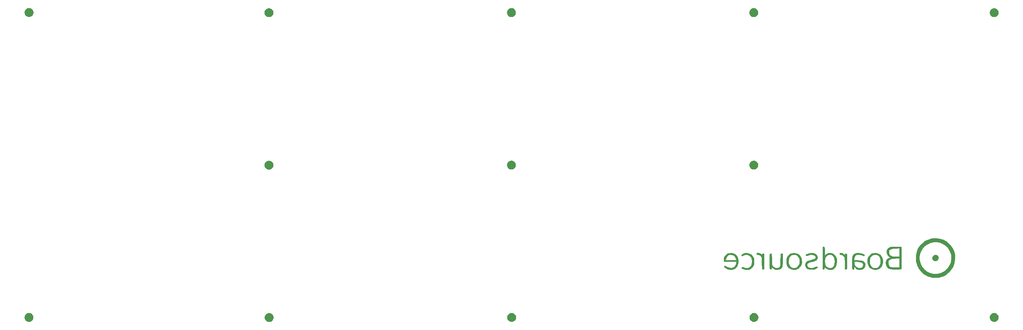
<source format=gbr>
G04 #@! TF.GenerationSoftware,KiCad,Pcbnew,(5.1.4-0-10_14)*
G04 #@! TF.CreationDate,2020-04-12T12:15:55-07:00*
G04 #@! TF.ProjectId,bottom_plate,626f7474-6f6d-45f7-906c-6174652e6b69,rev?*
G04 #@! TF.SameCoordinates,Original*
G04 #@! TF.FileFunction,Soldermask,Bot*
G04 #@! TF.FilePolarity,Negative*
%FSLAX46Y46*%
G04 Gerber Fmt 4.6, Leading zero omitted, Abs format (unit mm)*
G04 Created by KiCad (PCBNEW (5.1.4-0-10_14)) date 2020-04-12 12:15:55*
%MOMM*%
%LPD*%
G04 APERTURE LIST*
%ADD10C,0.010000*%
%ADD11C,0.100000*%
G04 APERTURE END LIST*
D10*
G36*
X254675894Y-82031017D02*
G01*
X254410399Y-82164938D01*
X254216507Y-82396478D01*
X254213288Y-82402632D01*
X254120437Y-82706935D01*
X254144772Y-82994160D01*
X254265745Y-83244090D01*
X254462807Y-83436509D01*
X254715412Y-83551201D01*
X255003013Y-83567949D01*
X255298344Y-83470215D01*
X255522486Y-83278925D01*
X255650300Y-83023844D01*
X255682144Y-82739712D01*
X255618374Y-82461270D01*
X255459348Y-82223256D01*
X255284216Y-82095462D01*
X254978623Y-82004572D01*
X254675894Y-82031017D01*
X254675894Y-82031017D01*
G37*
X254675894Y-82031017D02*
X254410399Y-82164938D01*
X254216507Y-82396478D01*
X254213288Y-82402632D01*
X254120437Y-82706935D01*
X254144772Y-82994160D01*
X254265745Y-83244090D01*
X254462807Y-83436509D01*
X254715412Y-83551201D01*
X255003013Y-83567949D01*
X255298344Y-83470215D01*
X255522486Y-83278925D01*
X255650300Y-83023844D01*
X255682144Y-82739712D01*
X255618374Y-82461270D01*
X255459348Y-82223256D01*
X255284216Y-82095462D01*
X254978623Y-82004572D01*
X254675894Y-82031017D01*
G36*
X208639666Y-81524328D02*
G01*
X208602173Y-81561798D01*
X208514076Y-81715965D01*
X208558868Y-81835287D01*
X208735525Y-81918433D01*
X208900600Y-81949902D01*
X209237643Y-82043463D01*
X209451068Y-82173526D01*
X209585092Y-82293710D01*
X209686703Y-82412741D01*
X209760364Y-82551320D01*
X209810537Y-82730148D01*
X209841682Y-82969925D01*
X209858262Y-83291354D01*
X209864739Y-83715135D01*
X209865652Y-84097034D01*
X209869317Y-84570294D01*
X209879728Y-84974603D01*
X209896010Y-85291749D01*
X209917289Y-85503523D01*
X209937102Y-85584429D01*
X210044470Y-85679615D01*
X210196139Y-85716883D01*
X210332492Y-85690093D01*
X210386602Y-85630726D01*
X210394675Y-85541272D01*
X210400747Y-85332319D01*
X210404679Y-85022398D01*
X210406332Y-84630042D01*
X210405568Y-84173782D01*
X210402248Y-83672150D01*
X210401691Y-83611841D01*
X210383315Y-81680164D01*
X210189390Y-81657926D01*
X210041561Y-81665842D01*
X209953659Y-81758185D01*
X209917959Y-81841027D01*
X209840453Y-82046364D01*
X209708914Y-81879140D01*
X209442835Y-81649042D01*
X209077542Y-81499465D01*
X208963816Y-81474165D01*
X208770391Y-81461248D01*
X208639666Y-81524328D01*
X208639666Y-81524328D01*
G37*
X208639666Y-81524328D02*
X208602173Y-81561798D01*
X208514076Y-81715965D01*
X208558868Y-81835287D01*
X208735525Y-81918433D01*
X208900600Y-81949902D01*
X209237643Y-82043463D01*
X209451068Y-82173526D01*
X209585092Y-82293710D01*
X209686703Y-82412741D01*
X209760364Y-82551320D01*
X209810537Y-82730148D01*
X209841682Y-82969925D01*
X209858262Y-83291354D01*
X209864739Y-83715135D01*
X209865652Y-84097034D01*
X209869317Y-84570294D01*
X209879728Y-84974603D01*
X209896010Y-85291749D01*
X209917289Y-85503523D01*
X209937102Y-85584429D01*
X210044470Y-85679615D01*
X210196139Y-85716883D01*
X210332492Y-85690093D01*
X210386602Y-85630726D01*
X210394675Y-85541272D01*
X210400747Y-85332319D01*
X210404679Y-85022398D01*
X210406332Y-84630042D01*
X210405568Y-84173782D01*
X210402248Y-83672150D01*
X210401691Y-83611841D01*
X210383315Y-81680164D01*
X210189390Y-81657926D01*
X210041561Y-81665842D01*
X209953659Y-81758185D01*
X209917959Y-81841027D01*
X209840453Y-82046364D01*
X209708914Y-81879140D01*
X209442835Y-81649042D01*
X209077542Y-81499465D01*
X208963816Y-81474165D01*
X208770391Y-81461248D01*
X208639666Y-81524328D01*
G36*
X230107846Y-81525706D02*
G01*
X230033484Y-81651253D01*
X230033924Y-81738245D01*
X230085630Y-81835781D01*
X230225691Y-81908582D01*
X230399619Y-81955783D01*
X230712782Y-82041654D01*
X230929508Y-82146052D01*
X231091213Y-82294708D01*
X231204456Y-82455785D01*
X231258075Y-82548845D01*
X231299005Y-82646279D01*
X231329539Y-82768497D01*
X231351972Y-82935906D01*
X231368597Y-83168913D01*
X231381708Y-83487927D01*
X231393599Y-83913356D01*
X231400434Y-84199457D01*
X231434945Y-85683424D01*
X231607985Y-85703646D01*
X231773964Y-85687544D01*
X231866816Y-85638075D01*
X231894298Y-85572838D01*
X231915824Y-85430678D01*
X231931899Y-85200037D01*
X231943029Y-84869358D01*
X231949718Y-84427083D01*
X231952473Y-83861653D01*
X231952608Y-83676441D01*
X231951886Y-83088466D01*
X231948039Y-82624362D01*
X231938552Y-82269961D01*
X231920908Y-82011092D01*
X231892590Y-81833584D01*
X231851082Y-81723267D01*
X231793866Y-81665973D01*
X231718425Y-81647529D01*
X231622244Y-81653767D01*
X231594043Y-81657610D01*
X231473727Y-81710270D01*
X231420040Y-81848306D01*
X231413637Y-81900196D01*
X231392328Y-82120229D01*
X231152492Y-81854759D01*
X230940355Y-81670388D01*
X230703871Y-81542593D01*
X230468991Y-81474080D01*
X230261665Y-81467549D01*
X230107846Y-81525706D01*
X230107846Y-81525706D01*
G37*
X230107846Y-81525706D02*
X230033484Y-81651253D01*
X230033924Y-81738245D01*
X230085630Y-81835781D01*
X230225691Y-81908582D01*
X230399619Y-81955783D01*
X230712782Y-82041654D01*
X230929508Y-82146052D01*
X231091213Y-82294708D01*
X231204456Y-82455785D01*
X231258075Y-82548845D01*
X231299005Y-82646279D01*
X231329539Y-82768497D01*
X231351972Y-82935906D01*
X231368597Y-83168913D01*
X231381708Y-83487927D01*
X231393599Y-83913356D01*
X231400434Y-84199457D01*
X231434945Y-85683424D01*
X231607985Y-85703646D01*
X231773964Y-85687544D01*
X231866816Y-85638075D01*
X231894298Y-85572838D01*
X231915824Y-85430678D01*
X231931899Y-85200037D01*
X231943029Y-84869358D01*
X231949718Y-84427083D01*
X231952473Y-83861653D01*
X231952608Y-83676441D01*
X231951886Y-83088466D01*
X231948039Y-82624362D01*
X231938552Y-82269961D01*
X231920908Y-82011092D01*
X231892590Y-81833584D01*
X231851082Y-81723267D01*
X231793866Y-81665973D01*
X231718425Y-81647529D01*
X231622244Y-81653767D01*
X231594043Y-81657610D01*
X231473727Y-81710270D01*
X231420040Y-81848306D01*
X231413637Y-81900196D01*
X231392328Y-82120229D01*
X231152492Y-81854759D01*
X230940355Y-81670388D01*
X230703871Y-81542593D01*
X230468991Y-81474080D01*
X230261665Y-81467549D01*
X230107846Y-81525706D01*
G36*
X244637559Y-79863247D02*
G01*
X244173815Y-79874315D01*
X243824287Y-79887934D01*
X243565146Y-79906654D01*
X243372566Y-79933029D01*
X243222720Y-79969611D01*
X243091778Y-80018952D01*
X243062828Y-80031916D01*
X242705335Y-80263300D01*
X242446029Y-80570192D01*
X242289445Y-80928163D01*
X242240118Y-81312786D01*
X242302583Y-81699632D01*
X242481374Y-82064273D01*
X242648432Y-82264302D01*
X242843462Y-82426842D01*
X243045004Y-82545622D01*
X243136279Y-82577918D01*
X243359549Y-82626956D01*
X243002892Y-82747697D01*
X242597107Y-82948749D01*
X242296010Y-83237537D01*
X242105629Y-83605746D01*
X242031994Y-84045057D01*
X242031298Y-84087916D01*
X242085668Y-84571974D01*
X242249095Y-84981387D01*
X242515060Y-85306638D01*
X242877049Y-85538209D01*
X243073833Y-85610599D01*
X243268659Y-85648647D01*
X243554895Y-85679211D01*
X243906609Y-85702076D01*
X244297873Y-85717026D01*
X244702757Y-85723844D01*
X245095332Y-85722316D01*
X245449668Y-85712225D01*
X245739836Y-85693356D01*
X245939906Y-85665492D01*
X246019239Y-85635109D01*
X246041472Y-85574807D01*
X246059780Y-85436429D01*
X246074425Y-85210918D01*
X246085671Y-84889216D01*
X246093779Y-84462267D01*
X246099013Y-83921014D01*
X246101636Y-83256398D01*
X246101967Y-82888044D01*
X245549891Y-82888044D01*
X245549891Y-85234783D01*
X244497309Y-85233267D01*
X244068107Y-85229946D01*
X243750577Y-85219706D01*
X243518417Y-85199996D01*
X243345325Y-85168269D01*
X243204999Y-85121975D01*
X243163405Y-85103980D01*
X242903575Y-84924014D01*
X242737163Y-84657247D01*
X242658873Y-84293294D01*
X242650978Y-84099321D01*
X242685433Y-83747458D01*
X242795184Y-83464045D01*
X242989806Y-83243778D01*
X243278877Y-83081352D01*
X243671973Y-82971462D01*
X244178672Y-82908805D01*
X244808549Y-82888076D01*
X244837839Y-82888044D01*
X245549891Y-82888044D01*
X246101967Y-82888044D01*
X246102065Y-82779158D01*
X246101796Y-82473914D01*
X245549891Y-82473914D01*
X244911440Y-82473514D01*
X244565493Y-82465452D01*
X244214090Y-82444398D01*
X243920424Y-82414445D01*
X243859229Y-82405363D01*
X243433292Y-82286623D01*
X243120133Y-82088432D01*
X242919872Y-81810911D01*
X242832627Y-81454181D01*
X242828462Y-81343753D01*
X242858738Y-81027549D01*
X242957525Y-80777454D01*
X243136768Y-80586429D01*
X243408411Y-80447436D01*
X243784396Y-80353437D01*
X244276667Y-80297395D01*
X244635353Y-80278972D01*
X245549891Y-80247210D01*
X245549891Y-82473914D01*
X246101796Y-82473914D01*
X246101442Y-82073524D01*
X246099285Y-81493659D01*
X246095157Y-81027294D01*
X246088624Y-80662159D01*
X246079251Y-80385983D01*
X246066601Y-80186498D01*
X246050242Y-80051434D01*
X246029736Y-79968520D01*
X246004650Y-79925488D01*
X246000739Y-79921940D01*
X245917219Y-79890030D01*
X245748100Y-79868868D01*
X245480082Y-79857880D01*
X245099866Y-79856494D01*
X244637559Y-79863247D01*
X244637559Y-79863247D01*
G37*
X244637559Y-79863247D02*
X244173815Y-79874315D01*
X243824287Y-79887934D01*
X243565146Y-79906654D01*
X243372566Y-79933029D01*
X243222720Y-79969611D01*
X243091778Y-80018952D01*
X243062828Y-80031916D01*
X242705335Y-80263300D01*
X242446029Y-80570192D01*
X242289445Y-80928163D01*
X242240118Y-81312786D01*
X242302583Y-81699632D01*
X242481374Y-82064273D01*
X242648432Y-82264302D01*
X242843462Y-82426842D01*
X243045004Y-82545622D01*
X243136279Y-82577918D01*
X243359549Y-82626956D01*
X243002892Y-82747697D01*
X242597107Y-82948749D01*
X242296010Y-83237537D01*
X242105629Y-83605746D01*
X242031994Y-84045057D01*
X242031298Y-84087916D01*
X242085668Y-84571974D01*
X242249095Y-84981387D01*
X242515060Y-85306638D01*
X242877049Y-85538209D01*
X243073833Y-85610599D01*
X243268659Y-85648647D01*
X243554895Y-85679211D01*
X243906609Y-85702076D01*
X244297873Y-85717026D01*
X244702757Y-85723844D01*
X245095332Y-85722316D01*
X245449668Y-85712225D01*
X245739836Y-85693356D01*
X245939906Y-85665492D01*
X246019239Y-85635109D01*
X246041472Y-85574807D01*
X246059780Y-85436429D01*
X246074425Y-85210918D01*
X246085671Y-84889216D01*
X246093779Y-84462267D01*
X246099013Y-83921014D01*
X246101636Y-83256398D01*
X246101967Y-82888044D01*
X245549891Y-82888044D01*
X245549891Y-85234783D01*
X244497309Y-85233267D01*
X244068107Y-85229946D01*
X243750577Y-85219706D01*
X243518417Y-85199996D01*
X243345325Y-85168269D01*
X243204999Y-85121975D01*
X243163405Y-85103980D01*
X242903575Y-84924014D01*
X242737163Y-84657247D01*
X242658873Y-84293294D01*
X242650978Y-84099321D01*
X242685433Y-83747458D01*
X242795184Y-83464045D01*
X242989806Y-83243778D01*
X243278877Y-83081352D01*
X243671973Y-82971462D01*
X244178672Y-82908805D01*
X244808549Y-82888076D01*
X244837839Y-82888044D01*
X245549891Y-82888044D01*
X246101967Y-82888044D01*
X246102065Y-82779158D01*
X246101796Y-82473914D01*
X245549891Y-82473914D01*
X244911440Y-82473514D01*
X244565493Y-82465452D01*
X244214090Y-82444398D01*
X243920424Y-82414445D01*
X243859229Y-82405363D01*
X243433292Y-82286623D01*
X243120133Y-82088432D01*
X242919872Y-81810911D01*
X242832627Y-81454181D01*
X242828462Y-81343753D01*
X242858738Y-81027549D01*
X242957525Y-80777454D01*
X243136768Y-80586429D01*
X243408411Y-80447436D01*
X243784396Y-80353437D01*
X244276667Y-80297395D01*
X244635353Y-80278972D01*
X245549891Y-80247210D01*
X245549891Y-82473914D01*
X246101796Y-82473914D01*
X246101442Y-82073524D01*
X246099285Y-81493659D01*
X246095157Y-81027294D01*
X246088624Y-80662159D01*
X246079251Y-80385983D01*
X246066601Y-80186498D01*
X246050242Y-80051434D01*
X246029736Y-79968520D01*
X246004650Y-79925488D01*
X246000739Y-79921940D01*
X245917219Y-79890030D01*
X245748100Y-79868868D01*
X245480082Y-79857880D01*
X245099866Y-79856494D01*
X244637559Y-79863247D01*
G36*
X222223044Y-81562617D02*
G01*
X221887770Y-81634229D01*
X221598844Y-81731880D01*
X221382970Y-81847588D01*
X221266851Y-81973372D01*
X221254239Y-82029030D01*
X221293067Y-82132421D01*
X221417788Y-82172635D01*
X221640756Y-82150192D01*
X221974324Y-82065609D01*
X221993082Y-82060069D01*
X222444139Y-81963045D01*
X222854756Y-81944544D01*
X223209479Y-81998287D01*
X223492855Y-82117994D01*
X223689432Y-82297387D01*
X223783756Y-82530187D01*
X223768164Y-82781327D01*
X223726654Y-82885423D01*
X223647037Y-82973034D01*
X223509841Y-83053160D01*
X223295592Y-83134799D01*
X222984817Y-83226950D01*
X222567323Y-83336262D01*
X222153669Y-83446830D01*
X221850499Y-83544131D01*
X221632470Y-83639557D01*
X221474244Y-83744503D01*
X221350479Y-83870361D01*
X221334127Y-83890721D01*
X221181740Y-84187859D01*
X221127011Y-84537184D01*
X221168635Y-84894647D01*
X221305304Y-85216199D01*
X221376351Y-85313298D01*
X221619514Y-85538360D01*
X221916455Y-85685103D01*
X222292984Y-85762617D01*
X222703695Y-85780824D01*
X223016677Y-85768672D01*
X223314010Y-85739306D01*
X223540150Y-85698569D01*
X223572284Y-85689467D01*
X223924492Y-85553122D01*
X224164434Y-85402566D01*
X224281303Y-85245375D01*
X224291195Y-85185391D01*
X224242285Y-85059523D01*
X224096004Y-85030856D01*
X223853027Y-85099412D01*
X223706635Y-85164733D01*
X223281578Y-85325600D01*
X222866545Y-85401187D01*
X222480389Y-85396425D01*
X222141964Y-85316244D01*
X221870123Y-85165577D01*
X221683718Y-84949353D01*
X221601603Y-84672504D01*
X221599348Y-84613587D01*
X221612038Y-84422571D01*
X221661669Y-84271243D01*
X221765574Y-84148125D01*
X221941090Y-84041736D01*
X222205553Y-83940595D01*
X222576299Y-83833222D01*
X222904793Y-83749090D01*
X223385426Y-83618085D01*
X223744774Y-83488835D01*
X223998842Y-83348699D01*
X224163636Y-83185038D01*
X224255162Y-82985212D01*
X224289426Y-82736581D01*
X224290937Y-82654415D01*
X224237543Y-82278580D01*
X224075956Y-81980535D01*
X223803159Y-81757796D01*
X223416135Y-81607875D01*
X222925824Y-81529430D01*
X222577963Y-81525023D01*
X222223044Y-81562617D01*
X222223044Y-81562617D01*
G37*
X222223044Y-81562617D02*
X221887770Y-81634229D01*
X221598844Y-81731880D01*
X221382970Y-81847588D01*
X221266851Y-81973372D01*
X221254239Y-82029030D01*
X221293067Y-82132421D01*
X221417788Y-82172635D01*
X221640756Y-82150192D01*
X221974324Y-82065609D01*
X221993082Y-82060069D01*
X222444139Y-81963045D01*
X222854756Y-81944544D01*
X223209479Y-81998287D01*
X223492855Y-82117994D01*
X223689432Y-82297387D01*
X223783756Y-82530187D01*
X223768164Y-82781327D01*
X223726654Y-82885423D01*
X223647037Y-82973034D01*
X223509841Y-83053160D01*
X223295592Y-83134799D01*
X222984817Y-83226950D01*
X222567323Y-83336262D01*
X222153669Y-83446830D01*
X221850499Y-83544131D01*
X221632470Y-83639557D01*
X221474244Y-83744503D01*
X221350479Y-83870361D01*
X221334127Y-83890721D01*
X221181740Y-84187859D01*
X221127011Y-84537184D01*
X221168635Y-84894647D01*
X221305304Y-85216199D01*
X221376351Y-85313298D01*
X221619514Y-85538360D01*
X221916455Y-85685103D01*
X222292984Y-85762617D01*
X222703695Y-85780824D01*
X223016677Y-85768672D01*
X223314010Y-85739306D01*
X223540150Y-85698569D01*
X223572284Y-85689467D01*
X223924492Y-85553122D01*
X224164434Y-85402566D01*
X224281303Y-85245375D01*
X224291195Y-85185391D01*
X224242285Y-85059523D01*
X224096004Y-85030856D01*
X223853027Y-85099412D01*
X223706635Y-85164733D01*
X223281578Y-85325600D01*
X222866545Y-85401187D01*
X222480389Y-85396425D01*
X222141964Y-85316244D01*
X221870123Y-85165577D01*
X221683718Y-84949353D01*
X221601603Y-84672504D01*
X221599348Y-84613587D01*
X221612038Y-84422571D01*
X221661669Y-84271243D01*
X221765574Y-84148125D01*
X221941090Y-84041736D01*
X222205553Y-83940595D01*
X222576299Y-83833222D01*
X222904793Y-83749090D01*
X223385426Y-83618085D01*
X223744774Y-83488835D01*
X223998842Y-83348699D01*
X224163636Y-83185038D01*
X224255162Y-82985212D01*
X224289426Y-82736581D01*
X224290937Y-82654415D01*
X224237543Y-82278580D01*
X224075956Y-81980535D01*
X223803159Y-81757796D01*
X223416135Y-81607875D01*
X222925824Y-81529430D01*
X222577963Y-81525023D01*
X222223044Y-81562617D01*
G36*
X201355885Y-81552553D02*
G01*
X201121129Y-81611229D01*
X200748698Y-81790910D01*
X200436894Y-82079647D01*
X200198749Y-82456915D01*
X200047297Y-82902190D01*
X199995543Y-83383724D01*
X199995543Y-83716305D01*
X203258793Y-83716305D01*
X203218360Y-84057703D01*
X203107583Y-84508144D01*
X202901780Y-84869867D01*
X202615502Y-85138110D01*
X202263297Y-85308114D01*
X201859715Y-85375119D01*
X201419307Y-85334366D01*
X200956621Y-85181094D01*
X200526348Y-84938367D01*
X200298828Y-84821365D01*
X200141656Y-84809617D01*
X200067105Y-84883142D01*
X200087447Y-85021961D01*
X200214952Y-85206096D01*
X200307073Y-85295364D01*
X200587250Y-85512897D01*
X200866324Y-85656335D01*
X201203895Y-85753719D01*
X201338281Y-85780526D01*
X201638035Y-85830212D01*
X201860759Y-85846358D01*
X202063626Y-85827768D01*
X202303807Y-85773245D01*
X202356616Y-85759199D01*
X202820333Y-85567917D01*
X203201950Y-85272630D01*
X203493676Y-84885671D01*
X203687721Y-84419370D01*
X203776294Y-83886061D01*
X203774048Y-83515527D01*
X203749432Y-83371196D01*
X203242195Y-83371196D01*
X200461052Y-83371196D01*
X200506750Y-83077854D01*
X200604133Y-82749794D01*
X200777221Y-82433457D01*
X200996271Y-82175096D01*
X201167836Y-82049823D01*
X201479788Y-81949169D01*
X201847710Y-81929880D01*
X202216185Y-81991774D01*
X202384806Y-82053786D01*
X202724311Y-82282634D01*
X202986219Y-82625157D01*
X203169838Y-83080392D01*
X203196262Y-83181386D01*
X203242195Y-83371196D01*
X203749432Y-83371196D01*
X203677464Y-82949248D01*
X203478350Y-82464204D01*
X203188452Y-82068824D01*
X202819512Y-81771539D01*
X202383275Y-81580779D01*
X201891484Y-81504974D01*
X201355885Y-81552553D01*
X201355885Y-81552553D01*
G37*
X201355885Y-81552553D02*
X201121129Y-81611229D01*
X200748698Y-81790910D01*
X200436894Y-82079647D01*
X200198749Y-82456915D01*
X200047297Y-82902190D01*
X199995543Y-83383724D01*
X199995543Y-83716305D01*
X203258793Y-83716305D01*
X203218360Y-84057703D01*
X203107583Y-84508144D01*
X202901780Y-84869867D01*
X202615502Y-85138110D01*
X202263297Y-85308114D01*
X201859715Y-85375119D01*
X201419307Y-85334366D01*
X200956621Y-85181094D01*
X200526348Y-84938367D01*
X200298828Y-84821365D01*
X200141656Y-84809617D01*
X200067105Y-84883142D01*
X200087447Y-85021961D01*
X200214952Y-85206096D01*
X200307073Y-85295364D01*
X200587250Y-85512897D01*
X200866324Y-85656335D01*
X201203895Y-85753719D01*
X201338281Y-85780526D01*
X201638035Y-85830212D01*
X201860759Y-85846358D01*
X202063626Y-85827768D01*
X202303807Y-85773245D01*
X202356616Y-85759199D01*
X202820333Y-85567917D01*
X203201950Y-85272630D01*
X203493676Y-84885671D01*
X203687721Y-84419370D01*
X203776294Y-83886061D01*
X203774048Y-83515527D01*
X203749432Y-83371196D01*
X203242195Y-83371196D01*
X200461052Y-83371196D01*
X200506750Y-83077854D01*
X200604133Y-82749794D01*
X200777221Y-82433457D01*
X200996271Y-82175096D01*
X201167836Y-82049823D01*
X201479788Y-81949169D01*
X201847710Y-81929880D01*
X202216185Y-81991774D01*
X202384806Y-82053786D01*
X202724311Y-82282634D01*
X202986219Y-82625157D01*
X203169838Y-83080392D01*
X203196262Y-83181386D01*
X203242195Y-83371196D01*
X203749432Y-83371196D01*
X203677464Y-82949248D01*
X203478350Y-82464204D01*
X203188452Y-82068824D01*
X202819512Y-81771539D01*
X202383275Y-81580779D01*
X201891484Y-81504974D01*
X201355885Y-81552553D01*
G36*
X205512705Y-81528774D02*
G01*
X205117251Y-81632712D01*
X204791395Y-81823575D01*
X204751240Y-81859073D01*
X204614698Y-82025238D01*
X204591943Y-82155202D01*
X204592542Y-82156807D01*
X204655321Y-82242551D01*
X204766085Y-82255205D01*
X204948240Y-82192116D01*
X205144291Y-82094294D01*
X205560943Y-81943797D01*
X205978430Y-81922394D01*
X206374573Y-82023069D01*
X206727192Y-82238803D01*
X207014109Y-82562580D01*
X207101891Y-82713647D01*
X207190418Y-82908090D01*
X207243541Y-83095681D01*
X207269684Y-83322820D01*
X207277273Y-83635910D01*
X207277337Y-83679951D01*
X207271513Y-84004654D01*
X207247972Y-84240140D01*
X207197613Y-84434967D01*
X207111332Y-84637693D01*
X207089385Y-84682609D01*
X206874484Y-85029100D01*
X206621004Y-85254382D01*
X206303076Y-85374700D01*
X205936470Y-85406670D01*
X205577764Y-85382378D01*
X205280681Y-85301096D01*
X205153504Y-85244529D01*
X204885577Y-85139617D01*
X204711188Y-85134403D01*
X204628158Y-85229113D01*
X204620000Y-85300476D01*
X204684398Y-85444096D01*
X204859493Y-85574067D01*
X205118137Y-85684119D01*
X205433180Y-85767987D01*
X205777474Y-85819403D01*
X206123870Y-85832099D01*
X206445219Y-85799808D01*
X206606322Y-85759019D01*
X206980551Y-85588305D01*
X207279469Y-85335631D01*
X207528866Y-84977143D01*
X207601033Y-84839017D01*
X207707171Y-84613199D01*
X207774057Y-84428560D01*
X207810559Y-84239930D01*
X207825545Y-84002134D01*
X207827914Y-83683245D01*
X207822865Y-83346926D01*
X207804362Y-83104886D01*
X207764616Y-82913477D01*
X207695835Y-82729051D01*
X207633957Y-82596530D01*
X207475971Y-82331515D01*
X207278637Y-82079215D01*
X207155416Y-81956524D01*
X206799113Y-81725635D01*
X206385390Y-81576522D01*
X205946003Y-81510473D01*
X205512705Y-81528774D01*
X205512705Y-81528774D01*
G37*
X205512705Y-81528774D02*
X205117251Y-81632712D01*
X204791395Y-81823575D01*
X204751240Y-81859073D01*
X204614698Y-82025238D01*
X204591943Y-82155202D01*
X204592542Y-82156807D01*
X204655321Y-82242551D01*
X204766085Y-82255205D01*
X204948240Y-82192116D01*
X205144291Y-82094294D01*
X205560943Y-81943797D01*
X205978430Y-81922394D01*
X206374573Y-82023069D01*
X206727192Y-82238803D01*
X207014109Y-82562580D01*
X207101891Y-82713647D01*
X207190418Y-82908090D01*
X207243541Y-83095681D01*
X207269684Y-83322820D01*
X207277273Y-83635910D01*
X207277337Y-83679951D01*
X207271513Y-84004654D01*
X207247972Y-84240140D01*
X207197613Y-84434967D01*
X207111332Y-84637693D01*
X207089385Y-84682609D01*
X206874484Y-85029100D01*
X206621004Y-85254382D01*
X206303076Y-85374700D01*
X205936470Y-85406670D01*
X205577764Y-85382378D01*
X205280681Y-85301096D01*
X205153504Y-85244529D01*
X204885577Y-85139617D01*
X204711188Y-85134403D01*
X204628158Y-85229113D01*
X204620000Y-85300476D01*
X204684398Y-85444096D01*
X204859493Y-85574067D01*
X205118137Y-85684119D01*
X205433180Y-85767987D01*
X205777474Y-85819403D01*
X206123870Y-85832099D01*
X206445219Y-85799808D01*
X206606322Y-85759019D01*
X206980551Y-85588305D01*
X207279469Y-85335631D01*
X207528866Y-84977143D01*
X207601033Y-84839017D01*
X207707171Y-84613199D01*
X207774057Y-84428560D01*
X207810559Y-84239930D01*
X207825545Y-84002134D01*
X207827914Y-83683245D01*
X207822865Y-83346926D01*
X207804362Y-83104886D01*
X207764616Y-82913477D01*
X207695835Y-82729051D01*
X207633957Y-82596530D01*
X207475971Y-82331515D01*
X207278637Y-82079215D01*
X207155416Y-81956524D01*
X206799113Y-81725635D01*
X206385390Y-81576522D01*
X205946003Y-81510473D01*
X205512705Y-81528774D01*
G36*
X212017755Y-81669922D02*
G01*
X211927595Y-81726403D01*
X211912018Y-81817671D01*
X211897936Y-82027833D01*
X211885936Y-82337741D01*
X211876609Y-82728249D01*
X211870544Y-83180210D01*
X211868339Y-83651346D01*
X211869160Y-84245661D01*
X211873961Y-84715910D01*
X211885105Y-85076059D01*
X211904956Y-85340076D01*
X211935878Y-85521930D01*
X211980235Y-85635587D01*
X212040390Y-85695014D01*
X212118707Y-85714180D01*
X212216258Y-85707235D01*
X212324175Y-85672919D01*
X212379455Y-85583478D01*
X212405234Y-85399070D01*
X212406700Y-85379220D01*
X212428455Y-85075015D01*
X212555255Y-85283520D01*
X212765588Y-85507588D01*
X213072812Y-85678433D01*
X213442949Y-85786767D01*
X213842024Y-85823301D01*
X214236059Y-85778744D01*
X214303485Y-85761492D01*
X214549402Y-85663521D01*
X214773702Y-85527783D01*
X214836558Y-85475074D01*
X214964187Y-85336594D01*
X215063051Y-85182947D01*
X215136325Y-84995619D01*
X215187181Y-84756094D01*
X215218794Y-84445858D01*
X215234337Y-84046395D01*
X215236984Y-83539190D01*
X215233501Y-83159334D01*
X215214837Y-81680164D01*
X215015261Y-81657381D01*
X214847646Y-81669922D01*
X214757486Y-81726403D01*
X214739952Y-81820548D01*
X214724432Y-82030702D01*
X214711781Y-82334834D01*
X214702854Y-82710914D01*
X214698506Y-83136913D01*
X214698231Y-83253158D01*
X214696685Y-83743852D01*
X214691771Y-84117329D01*
X214681850Y-84394403D01*
X214665278Y-84595888D01*
X214640415Y-84742600D01*
X214605618Y-84855353D01*
X214564870Y-84944190D01*
X214409906Y-85175403D01*
X214211815Y-85319478D01*
X213933343Y-85398791D01*
X213774191Y-85419089D01*
X213374655Y-85393757D01*
X213021470Y-85243010D01*
X212733342Y-84976683D01*
X212626521Y-84815806D01*
X212568059Y-84705958D01*
X212523833Y-84597454D01*
X212491236Y-84468614D01*
X212467658Y-84297761D01*
X212450491Y-84063217D01*
X212437127Y-83743303D01*
X212424956Y-83316342D01*
X212419456Y-83095109D01*
X212384945Y-81680164D01*
X212185369Y-81657381D01*
X212017755Y-81669922D01*
X212017755Y-81669922D01*
G37*
X212017755Y-81669922D02*
X211927595Y-81726403D01*
X211912018Y-81817671D01*
X211897936Y-82027833D01*
X211885936Y-82337741D01*
X211876609Y-82728249D01*
X211870544Y-83180210D01*
X211868339Y-83651346D01*
X211869160Y-84245661D01*
X211873961Y-84715910D01*
X211885105Y-85076059D01*
X211904956Y-85340076D01*
X211935878Y-85521930D01*
X211980235Y-85635587D01*
X212040390Y-85695014D01*
X212118707Y-85714180D01*
X212216258Y-85707235D01*
X212324175Y-85672919D01*
X212379455Y-85583478D01*
X212405234Y-85399070D01*
X212406700Y-85379220D01*
X212428455Y-85075015D01*
X212555255Y-85283520D01*
X212765588Y-85507588D01*
X213072812Y-85678433D01*
X213442949Y-85786767D01*
X213842024Y-85823301D01*
X214236059Y-85778744D01*
X214303485Y-85761492D01*
X214549402Y-85663521D01*
X214773702Y-85527783D01*
X214836558Y-85475074D01*
X214964187Y-85336594D01*
X215063051Y-85182947D01*
X215136325Y-84995619D01*
X215187181Y-84756094D01*
X215218794Y-84445858D01*
X215234337Y-84046395D01*
X215236984Y-83539190D01*
X215233501Y-83159334D01*
X215214837Y-81680164D01*
X215015261Y-81657381D01*
X214847646Y-81669922D01*
X214757486Y-81726403D01*
X214739952Y-81820548D01*
X214724432Y-82030702D01*
X214711781Y-82334834D01*
X214702854Y-82710914D01*
X214698506Y-83136913D01*
X214698231Y-83253158D01*
X214696685Y-83743852D01*
X214691771Y-84117329D01*
X214681850Y-84394403D01*
X214665278Y-84595888D01*
X214640415Y-84742600D01*
X214605618Y-84855353D01*
X214564870Y-84944190D01*
X214409906Y-85175403D01*
X214211815Y-85319478D01*
X213933343Y-85398791D01*
X213774191Y-85419089D01*
X213374655Y-85393757D01*
X213021470Y-85243010D01*
X212733342Y-84976683D01*
X212626521Y-84815806D01*
X212568059Y-84705958D01*
X212523833Y-84597454D01*
X212491236Y-84468614D01*
X212467658Y-84297761D01*
X212450491Y-84063217D01*
X212437127Y-83743303D01*
X212424956Y-83316342D01*
X212419456Y-83095109D01*
X212384945Y-81680164D01*
X212185369Y-81657381D01*
X212017755Y-81669922D01*
G36*
X217736879Y-81567210D02*
G01*
X217313111Y-81714733D01*
X216931785Y-81954853D01*
X216613589Y-82287569D01*
X216415582Y-82626612D01*
X216335179Y-82828572D01*
X216285533Y-83028198D01*
X216259865Y-83268995D01*
X216251396Y-83594468D01*
X216251167Y-83681794D01*
X216281489Y-84216986D01*
X216377583Y-84648845D01*
X216547144Y-84999268D01*
X216797867Y-85290153D01*
X216824801Y-85314270D01*
X217237138Y-85590074D01*
X217713506Y-85765768D01*
X218216588Y-85832792D01*
X218709067Y-85782586D01*
X218783039Y-85763482D01*
X219257880Y-85564341D01*
X219643029Y-85264602D01*
X219933213Y-84872889D01*
X220123161Y-84397823D01*
X220207600Y-83848029D01*
X220206279Y-83742898D01*
X219662723Y-83742898D01*
X219614535Y-84177970D01*
X219484357Y-84583391D01*
X219268871Y-84933668D01*
X219182447Y-85028858D01*
X218838592Y-85288734D01*
X218454446Y-85418262D01*
X218024726Y-85418697D01*
X217768641Y-85364806D01*
X217426435Y-85201701D01*
X217147175Y-84928559D01*
X216939981Y-84562458D01*
X216813973Y-84120479D01*
X216778269Y-83619700D01*
X216782527Y-83517980D01*
X216861835Y-83015472D01*
X217030073Y-82591005D01*
X217278942Y-82258555D01*
X217600142Y-82032097D01*
X217686857Y-81995152D01*
X217957840Y-81936966D01*
X218288046Y-81926354D01*
X218607583Y-81962062D01*
X218790007Y-82014991D01*
X219101974Y-82215940D01*
X219348548Y-82514696D01*
X219526411Y-82885770D01*
X219632242Y-83303668D01*
X219662723Y-83742898D01*
X220206279Y-83742898D01*
X220202495Y-83441780D01*
X220157724Y-83130483D01*
X220077334Y-82808358D01*
X220012171Y-82626612D01*
X219768222Y-82218553D01*
X219442582Y-81903090D01*
X219055939Y-81680225D01*
X218628981Y-81549956D01*
X218182398Y-81512285D01*
X217736879Y-81567210D01*
X217736879Y-81567210D01*
G37*
X217736879Y-81567210D02*
X217313111Y-81714733D01*
X216931785Y-81954853D01*
X216613589Y-82287569D01*
X216415582Y-82626612D01*
X216335179Y-82828572D01*
X216285533Y-83028198D01*
X216259865Y-83268995D01*
X216251396Y-83594468D01*
X216251167Y-83681794D01*
X216281489Y-84216986D01*
X216377583Y-84648845D01*
X216547144Y-84999268D01*
X216797867Y-85290153D01*
X216824801Y-85314270D01*
X217237138Y-85590074D01*
X217713506Y-85765768D01*
X218216588Y-85832792D01*
X218709067Y-85782586D01*
X218783039Y-85763482D01*
X219257880Y-85564341D01*
X219643029Y-85264602D01*
X219933213Y-84872889D01*
X220123161Y-84397823D01*
X220207600Y-83848029D01*
X220206279Y-83742898D01*
X219662723Y-83742898D01*
X219614535Y-84177970D01*
X219484357Y-84583391D01*
X219268871Y-84933668D01*
X219182447Y-85028858D01*
X218838592Y-85288734D01*
X218454446Y-85418262D01*
X218024726Y-85418697D01*
X217768641Y-85364806D01*
X217426435Y-85201701D01*
X217147175Y-84928559D01*
X216939981Y-84562458D01*
X216813973Y-84120479D01*
X216778269Y-83619700D01*
X216782527Y-83517980D01*
X216861835Y-83015472D01*
X217030073Y-82591005D01*
X217278942Y-82258555D01*
X217600142Y-82032097D01*
X217686857Y-81995152D01*
X217957840Y-81936966D01*
X218288046Y-81926354D01*
X218607583Y-81962062D01*
X218790007Y-82014991D01*
X219101974Y-82215940D01*
X219348548Y-82514696D01*
X219526411Y-82885770D01*
X219632242Y-83303668D01*
X219662723Y-83742898D01*
X220206279Y-83742898D01*
X220202495Y-83441780D01*
X220157724Y-83130483D01*
X220077334Y-82808358D01*
X220012171Y-82626612D01*
X219768222Y-82218553D01*
X219442582Y-81903090D01*
X219055939Y-81680225D01*
X218628981Y-81549956D01*
X218182398Y-81512285D01*
X217736879Y-81567210D01*
G36*
X225796217Y-79863044D02*
G01*
X225637119Y-79885598D01*
X225637119Y-85683424D01*
X225796217Y-85705978D01*
X225995897Y-85679308D01*
X226120033Y-85543322D01*
X226154782Y-85356344D01*
X226154782Y-85149698D01*
X226426756Y-85395411D01*
X226808342Y-85651717D01*
X227248831Y-85800703D01*
X227710493Y-85832772D01*
X227983858Y-85791439D01*
X228422721Y-85618970D01*
X228779946Y-85338705D01*
X229051517Y-84957003D01*
X229233416Y-84480221D01*
X229321628Y-83914716D01*
X229327629Y-83728007D01*
X228788342Y-83728007D01*
X228788272Y-83748565D01*
X228739150Y-84260801D01*
X228605199Y-84691779D01*
X228397238Y-85032567D01*
X228126085Y-85274237D01*
X227802562Y-85407858D01*
X227437486Y-85424501D01*
X227041678Y-85315236D01*
X226944829Y-85270049D01*
X226605313Y-85031501D01*
X226362741Y-84703991D01*
X226215130Y-84282993D01*
X226160494Y-83763984D01*
X226165875Y-83494134D01*
X226240246Y-82972832D01*
X226401672Y-82553510D01*
X226647640Y-82239284D01*
X226975635Y-82033272D01*
X227383144Y-81938590D01*
X227422715Y-81935692D01*
X227684461Y-81929553D01*
X227866718Y-81958368D01*
X228026065Y-82033823D01*
X228085749Y-82072634D01*
X228399972Y-82356114D01*
X228618995Y-82719784D01*
X228747044Y-83173722D01*
X228788342Y-83728007D01*
X229327629Y-83728007D01*
X229329782Y-83661061D01*
X229278370Y-83073897D01*
X229127802Y-82569935D01*
X228883583Y-82156128D01*
X228551218Y-81839427D01*
X228136211Y-81626786D01*
X227644066Y-81525156D01*
X227638278Y-81524684D01*
X227215845Y-81544117D01*
X226815751Y-81660217D01*
X226477683Y-81858454D01*
X226325744Y-82005242D01*
X226154782Y-82208418D01*
X226154782Y-81107226D01*
X226152001Y-80654397D01*
X226140334Y-80322256D01*
X226114795Y-80093500D01*
X226070398Y-79950830D01*
X226002156Y-79876943D01*
X225905084Y-79854538D01*
X225796217Y-79863044D01*
X225796217Y-79863044D01*
G37*
X225796217Y-79863044D02*
X225637119Y-79885598D01*
X225637119Y-85683424D01*
X225796217Y-85705978D01*
X225995897Y-85679308D01*
X226120033Y-85543322D01*
X226154782Y-85356344D01*
X226154782Y-85149698D01*
X226426756Y-85395411D01*
X226808342Y-85651717D01*
X227248831Y-85800703D01*
X227710493Y-85832772D01*
X227983858Y-85791439D01*
X228422721Y-85618970D01*
X228779946Y-85338705D01*
X229051517Y-84957003D01*
X229233416Y-84480221D01*
X229321628Y-83914716D01*
X229327629Y-83728007D01*
X228788342Y-83728007D01*
X228788272Y-83748565D01*
X228739150Y-84260801D01*
X228605199Y-84691779D01*
X228397238Y-85032567D01*
X228126085Y-85274237D01*
X227802562Y-85407858D01*
X227437486Y-85424501D01*
X227041678Y-85315236D01*
X226944829Y-85270049D01*
X226605313Y-85031501D01*
X226362741Y-84703991D01*
X226215130Y-84282993D01*
X226160494Y-83763984D01*
X226165875Y-83494134D01*
X226240246Y-82972832D01*
X226401672Y-82553510D01*
X226647640Y-82239284D01*
X226975635Y-82033272D01*
X227383144Y-81938590D01*
X227422715Y-81935692D01*
X227684461Y-81929553D01*
X227866718Y-81958368D01*
X228026065Y-82033823D01*
X228085749Y-82072634D01*
X228399972Y-82356114D01*
X228618995Y-82719784D01*
X228747044Y-83173722D01*
X228788342Y-83728007D01*
X229327629Y-83728007D01*
X229329782Y-83661061D01*
X229278370Y-83073897D01*
X229127802Y-82569935D01*
X228883583Y-82156128D01*
X228551218Y-81839427D01*
X228136211Y-81626786D01*
X227644066Y-81525156D01*
X227638278Y-81524684D01*
X227215845Y-81544117D01*
X226815751Y-81660217D01*
X226477683Y-81858454D01*
X226325744Y-82005242D01*
X226154782Y-82208418D01*
X226154782Y-81107226D01*
X226152001Y-80654397D01*
X226140334Y-80322256D01*
X226114795Y-80093500D01*
X226070398Y-79950830D01*
X226002156Y-79876943D01*
X225905084Y-79854538D01*
X225796217Y-79863044D01*
G36*
X234198830Y-81590602D02*
G01*
X233880941Y-81731011D01*
X233747833Y-81828244D01*
X233611764Y-81949746D01*
X233506566Y-82069877D01*
X233427856Y-82208209D01*
X233371251Y-82384314D01*
X233332365Y-82617764D01*
X233306817Y-82928131D01*
X233290222Y-83334987D01*
X233278196Y-83857905D01*
X233276817Y-83931258D01*
X233268491Y-84474837D01*
X233268080Y-84895947D01*
X233278485Y-85210071D01*
X233302608Y-85432693D01*
X233343349Y-85579294D01*
X233403608Y-85665359D01*
X233486287Y-85706371D01*
X233594287Y-85717812D01*
X233611559Y-85717935D01*
X233731487Y-85710553D01*
X233792064Y-85664993D01*
X233813546Y-85546132D01*
X233816195Y-85363109D01*
X233816195Y-85008283D01*
X234097038Y-85327336D01*
X234336916Y-85558661D01*
X234588530Y-85701908D01*
X234730761Y-85751184D01*
X234983569Y-85817944D01*
X235188275Y-85842761D01*
X235407559Y-85827712D01*
X235667065Y-85782219D01*
X236081929Y-85648044D01*
X236386983Y-85430264D01*
X236582529Y-85128527D01*
X236668870Y-84742482D01*
X236673525Y-84613587D01*
X236667265Y-84556676D01*
X236162934Y-84556676D01*
X236116470Y-84892367D01*
X235970869Y-85138978D01*
X235716821Y-85312249D01*
X235715699Y-85312760D01*
X235327578Y-85426736D01*
X234948266Y-85406215D01*
X234729458Y-85335021D01*
X234360287Y-85109539D01*
X234081489Y-84783945D01*
X233899788Y-84367940D01*
X233835994Y-84045822D01*
X233794392Y-83694564D01*
X234523385Y-83741694D01*
X235066555Y-83790752D01*
X235485163Y-83863213D01*
X235791607Y-83965241D01*
X235998288Y-84103000D01*
X236117604Y-84282653D01*
X236161955Y-84510363D01*
X236162934Y-84556676D01*
X236667265Y-84556676D01*
X236630091Y-84218760D01*
X236495584Y-83921436D01*
X236263696Y-83710168D01*
X236140779Y-83646539D01*
X235857286Y-83553907D01*
X235475911Y-83474321D01*
X235036633Y-83413742D01*
X234579430Y-83378131D01*
X234294353Y-83371196D01*
X233816195Y-83371196D01*
X233816453Y-82974321D01*
X233866247Y-82571396D01*
X234016172Y-82261962D01*
X234267928Y-82042729D01*
X234308636Y-82020469D01*
X234552249Y-81949874D01*
X234881395Y-81929435D01*
X235254163Y-81956266D01*
X235628642Y-82027476D01*
X235947397Y-82133425D01*
X236156903Y-82220023D01*
X236278282Y-82253153D01*
X236349601Y-82235295D01*
X236408932Y-82168928D01*
X236412739Y-82163735D01*
X236470346Y-82047185D01*
X236422802Y-81943133D01*
X236396979Y-81913417D01*
X236203059Y-81777782D01*
X235898769Y-81662853D01*
X235511197Y-81576620D01*
X235093098Y-81528730D01*
X234595764Y-81524760D01*
X234198830Y-81590602D01*
X234198830Y-81590602D01*
G37*
X234198830Y-81590602D02*
X233880941Y-81731011D01*
X233747833Y-81828244D01*
X233611764Y-81949746D01*
X233506566Y-82069877D01*
X233427856Y-82208209D01*
X233371251Y-82384314D01*
X233332365Y-82617764D01*
X233306817Y-82928131D01*
X233290222Y-83334987D01*
X233278196Y-83857905D01*
X233276817Y-83931258D01*
X233268491Y-84474837D01*
X233268080Y-84895947D01*
X233278485Y-85210071D01*
X233302608Y-85432693D01*
X233343349Y-85579294D01*
X233403608Y-85665359D01*
X233486287Y-85706371D01*
X233594287Y-85717812D01*
X233611559Y-85717935D01*
X233731487Y-85710553D01*
X233792064Y-85664993D01*
X233813546Y-85546132D01*
X233816195Y-85363109D01*
X233816195Y-85008283D01*
X234097038Y-85327336D01*
X234336916Y-85558661D01*
X234588530Y-85701908D01*
X234730761Y-85751184D01*
X234983569Y-85817944D01*
X235188275Y-85842761D01*
X235407559Y-85827712D01*
X235667065Y-85782219D01*
X236081929Y-85648044D01*
X236386983Y-85430264D01*
X236582529Y-85128527D01*
X236668870Y-84742482D01*
X236673525Y-84613587D01*
X236667265Y-84556676D01*
X236162934Y-84556676D01*
X236116470Y-84892367D01*
X235970869Y-85138978D01*
X235716821Y-85312249D01*
X235715699Y-85312760D01*
X235327578Y-85426736D01*
X234948266Y-85406215D01*
X234729458Y-85335021D01*
X234360287Y-85109539D01*
X234081489Y-84783945D01*
X233899788Y-84367940D01*
X233835994Y-84045822D01*
X233794392Y-83694564D01*
X234523385Y-83741694D01*
X235066555Y-83790752D01*
X235485163Y-83863213D01*
X235791607Y-83965241D01*
X235998288Y-84103000D01*
X236117604Y-84282653D01*
X236161955Y-84510363D01*
X236162934Y-84556676D01*
X236667265Y-84556676D01*
X236630091Y-84218760D01*
X236495584Y-83921436D01*
X236263696Y-83710168D01*
X236140779Y-83646539D01*
X235857286Y-83553907D01*
X235475911Y-83474321D01*
X235036633Y-83413742D01*
X234579430Y-83378131D01*
X234294353Y-83371196D01*
X233816195Y-83371196D01*
X233816453Y-82974321D01*
X233866247Y-82571396D01*
X234016172Y-82261962D01*
X234267928Y-82042729D01*
X234308636Y-82020469D01*
X234552249Y-81949874D01*
X234881395Y-81929435D01*
X235254163Y-81956266D01*
X235628642Y-82027476D01*
X235947397Y-82133425D01*
X236156903Y-82220023D01*
X236278282Y-82253153D01*
X236349601Y-82235295D01*
X236408932Y-82168928D01*
X236412739Y-82163735D01*
X236470346Y-82047185D01*
X236422802Y-81943133D01*
X236396979Y-81913417D01*
X236203059Y-81777782D01*
X235898769Y-81662853D01*
X235511197Y-81576620D01*
X235093098Y-81528730D01*
X234595764Y-81524760D01*
X234198830Y-81590602D01*
G36*
X238745044Y-81573043D02*
G01*
X238573967Y-81617641D01*
X238189099Y-81796947D01*
X237840779Y-82083797D01*
X237558628Y-82447865D01*
X237377154Y-82842996D01*
X237281703Y-83312452D01*
X237272051Y-83806062D01*
X237341728Y-84291805D01*
X237484266Y-84737660D01*
X237693195Y-85111606D01*
X237876432Y-85314270D01*
X238288769Y-85590074D01*
X238765136Y-85765768D01*
X239268219Y-85832792D01*
X239760698Y-85782586D01*
X239834669Y-85763482D01*
X240309276Y-85564367D01*
X240694389Y-85264822D01*
X240984461Y-84874000D01*
X241173947Y-84401055D01*
X241257301Y-83855141D01*
X241253475Y-83656921D01*
X240683228Y-83656921D01*
X240683223Y-83681794D01*
X240677421Y-84002445D01*
X240654796Y-84232080D01*
X240606354Y-84417502D01*
X240523095Y-84605516D01*
X240495320Y-84659296D01*
X240232058Y-85032542D01*
X239902264Y-85286522D01*
X239515559Y-85417106D01*
X239081565Y-85420167D01*
X238839670Y-85369789D01*
X238489740Y-85204245D01*
X238186429Y-84925536D01*
X238006239Y-84656671D01*
X237932735Y-84496750D01*
X237886913Y-84325440D01*
X237862778Y-84104363D01*
X237854336Y-83795141D01*
X237853967Y-83681794D01*
X237871696Y-83235728D01*
X237933223Y-82890466D01*
X238051064Y-82612361D01*
X238237730Y-82367766D01*
X238400599Y-82211951D01*
X238680130Y-82028216D01*
X239008733Y-81937608D01*
X239417185Y-81932335D01*
X239482573Y-81937971D01*
X239861725Y-82041003D01*
X240188553Y-82269079D01*
X240455979Y-82616828D01*
X240511304Y-82719015D01*
X240598812Y-82914530D01*
X240651089Y-83104960D01*
X240676454Y-83336894D01*
X240683228Y-83656921D01*
X241253475Y-83656921D01*
X241249076Y-83429017D01*
X241143311Y-82875554D01*
X240933266Y-82404457D01*
X240631118Y-82023970D01*
X240249045Y-81742340D01*
X239799223Y-81567812D01*
X239293831Y-81508631D01*
X238745044Y-81573043D01*
X238745044Y-81573043D01*
G37*
X238745044Y-81573043D02*
X238573967Y-81617641D01*
X238189099Y-81796947D01*
X237840779Y-82083797D01*
X237558628Y-82447865D01*
X237377154Y-82842996D01*
X237281703Y-83312452D01*
X237272051Y-83806062D01*
X237341728Y-84291805D01*
X237484266Y-84737660D01*
X237693195Y-85111606D01*
X237876432Y-85314270D01*
X238288769Y-85590074D01*
X238765136Y-85765768D01*
X239268219Y-85832792D01*
X239760698Y-85782586D01*
X239834669Y-85763482D01*
X240309276Y-85564367D01*
X240694389Y-85264822D01*
X240984461Y-84874000D01*
X241173947Y-84401055D01*
X241257301Y-83855141D01*
X241253475Y-83656921D01*
X240683228Y-83656921D01*
X240683223Y-83681794D01*
X240677421Y-84002445D01*
X240654796Y-84232080D01*
X240606354Y-84417502D01*
X240523095Y-84605516D01*
X240495320Y-84659296D01*
X240232058Y-85032542D01*
X239902264Y-85286522D01*
X239515559Y-85417106D01*
X239081565Y-85420167D01*
X238839670Y-85369789D01*
X238489740Y-85204245D01*
X238186429Y-84925536D01*
X238006239Y-84656671D01*
X237932735Y-84496750D01*
X237886913Y-84325440D01*
X237862778Y-84104363D01*
X237854336Y-83795141D01*
X237853967Y-83681794D01*
X237871696Y-83235728D01*
X237933223Y-82890466D01*
X238051064Y-82612361D01*
X238237730Y-82367766D01*
X238400599Y-82211951D01*
X238680130Y-82028216D01*
X239008733Y-81937608D01*
X239417185Y-81932335D01*
X239482573Y-81937971D01*
X239861725Y-82041003D01*
X240188553Y-82269079D01*
X240455979Y-82616828D01*
X240511304Y-82719015D01*
X240598812Y-82914530D01*
X240651089Y-83104960D01*
X240676454Y-83336894D01*
X240683228Y-83656921D01*
X241253475Y-83656921D01*
X241249076Y-83429017D01*
X241143311Y-82875554D01*
X240933266Y-82404457D01*
X240631118Y-82023970D01*
X240249045Y-81742340D01*
X239799223Y-81567812D01*
X239293831Y-81508631D01*
X238745044Y-81573043D01*
G36*
X254317011Y-77733498D02*
G01*
X253806339Y-77802884D01*
X253324257Y-77932481D01*
X252818484Y-78134177D01*
X252597120Y-78238052D01*
X252274551Y-78404136D01*
X252010252Y-78568205D01*
X251761226Y-78761646D01*
X251484477Y-79015852D01*
X251347774Y-79150137D01*
X250814585Y-79744495D01*
X250408525Y-80349069D01*
X250119284Y-80986987D01*
X249936551Y-81681378D01*
X249850018Y-82455370D01*
X249847150Y-82516523D01*
X249843369Y-83160805D01*
X249898353Y-83722856D01*
X250021473Y-84249346D01*
X250222099Y-84786947D01*
X250365201Y-85096740D01*
X250525841Y-85409216D01*
X250682397Y-85665047D01*
X250864211Y-85904081D01*
X251100626Y-86166164D01*
X251311687Y-86382033D01*
X251608642Y-86671791D01*
X251854244Y-86886330D01*
X252087691Y-87054627D01*
X252348182Y-87205655D01*
X252592305Y-87328628D01*
X252924675Y-87478370D01*
X253269950Y-87615073D01*
X253574218Y-87718095D01*
X253694456Y-87750603D01*
X254117491Y-87818250D01*
X254622653Y-87850760D01*
X255159419Y-87848774D01*
X255677264Y-87812930D01*
X256125666Y-87743865D01*
X256232419Y-87718524D01*
X256918452Y-87484367D01*
X257547346Y-87150851D01*
X258144082Y-86703152D01*
X258494232Y-86376407D01*
X259033442Y-85766096D01*
X259443332Y-85135604D01*
X259731583Y-84466310D01*
X259905875Y-83739588D01*
X259973886Y-82936817D01*
X259974376Y-82888547D01*
X259047364Y-82888547D01*
X259022244Y-83345706D01*
X258962275Y-83744195D01*
X258913617Y-83923370D01*
X258596744Y-84663011D01*
X258180222Y-85313098D01*
X257670523Y-85867125D01*
X257074122Y-86318587D01*
X256397491Y-86660978D01*
X256075706Y-86775500D01*
X255369190Y-86928200D01*
X254657358Y-86943596D01*
X253953691Y-86826800D01*
X253217066Y-86571835D01*
X252559182Y-86206531D01*
X251987137Y-85736691D01*
X251508029Y-85168117D01*
X251137171Y-84524267D01*
X250875318Y-83813747D01*
X250751267Y-83096564D01*
X250764995Y-82373821D01*
X250916479Y-81646619D01*
X251205695Y-80916063D01*
X251212720Y-80901760D01*
X251593693Y-80282701D01*
X252084284Y-79742933D01*
X252676945Y-79288752D01*
X253364128Y-78926452D01*
X253763478Y-78774043D01*
X254073250Y-78703212D01*
X254471960Y-78659304D01*
X254913011Y-78643059D01*
X255349804Y-78655219D01*
X255735739Y-78696524D01*
X255937663Y-78739467D01*
X256163942Y-78817585D01*
X256456714Y-78939064D01*
X256761424Y-79080902D01*
X256834945Y-79117803D01*
X257451495Y-79509112D01*
X257985604Y-80008893D01*
X258432789Y-80611692D01*
X258788565Y-81312054D01*
X258913617Y-81645653D01*
X258993050Y-81990460D01*
X259037632Y-82420778D01*
X259047364Y-82888547D01*
X259974376Y-82888547D01*
X259975434Y-82784511D01*
X259925538Y-81966248D01*
X259770729Y-81227351D01*
X259503327Y-80549195D01*
X259115654Y-79913158D01*
X258600028Y-79300617D01*
X258494232Y-79192616D01*
X257881231Y-78651467D01*
X257247571Y-78240484D01*
X256575059Y-77952159D01*
X255845505Y-77778981D01*
X255040717Y-77713441D01*
X254908551Y-77712434D01*
X254317011Y-77733498D01*
X254317011Y-77733498D01*
G37*
X254317011Y-77733498D02*
X253806339Y-77802884D01*
X253324257Y-77932481D01*
X252818484Y-78134177D01*
X252597120Y-78238052D01*
X252274551Y-78404136D01*
X252010252Y-78568205D01*
X251761226Y-78761646D01*
X251484477Y-79015852D01*
X251347774Y-79150137D01*
X250814585Y-79744495D01*
X250408525Y-80349069D01*
X250119284Y-80986987D01*
X249936551Y-81681378D01*
X249850018Y-82455370D01*
X249847150Y-82516523D01*
X249843369Y-83160805D01*
X249898353Y-83722856D01*
X250021473Y-84249346D01*
X250222099Y-84786947D01*
X250365201Y-85096740D01*
X250525841Y-85409216D01*
X250682397Y-85665047D01*
X250864211Y-85904081D01*
X251100626Y-86166164D01*
X251311687Y-86382033D01*
X251608642Y-86671791D01*
X251854244Y-86886330D01*
X252087691Y-87054627D01*
X252348182Y-87205655D01*
X252592305Y-87328628D01*
X252924675Y-87478370D01*
X253269950Y-87615073D01*
X253574218Y-87718095D01*
X253694456Y-87750603D01*
X254117491Y-87818250D01*
X254622653Y-87850760D01*
X255159419Y-87848774D01*
X255677264Y-87812930D01*
X256125666Y-87743865D01*
X256232419Y-87718524D01*
X256918452Y-87484367D01*
X257547346Y-87150851D01*
X258144082Y-86703152D01*
X258494232Y-86376407D01*
X259033442Y-85766096D01*
X259443332Y-85135604D01*
X259731583Y-84466310D01*
X259905875Y-83739588D01*
X259973886Y-82936817D01*
X259974376Y-82888547D01*
X259047364Y-82888547D01*
X259022244Y-83345706D01*
X258962275Y-83744195D01*
X258913617Y-83923370D01*
X258596744Y-84663011D01*
X258180222Y-85313098D01*
X257670523Y-85867125D01*
X257074122Y-86318587D01*
X256397491Y-86660978D01*
X256075706Y-86775500D01*
X255369190Y-86928200D01*
X254657358Y-86943596D01*
X253953691Y-86826800D01*
X253217066Y-86571835D01*
X252559182Y-86206531D01*
X251987137Y-85736691D01*
X251508029Y-85168117D01*
X251137171Y-84524267D01*
X250875318Y-83813747D01*
X250751267Y-83096564D01*
X250764995Y-82373821D01*
X250916479Y-81646619D01*
X251205695Y-80916063D01*
X251212720Y-80901760D01*
X251593693Y-80282701D01*
X252084284Y-79742933D01*
X252676945Y-79288752D01*
X253364128Y-78926452D01*
X253763478Y-78774043D01*
X254073250Y-78703212D01*
X254471960Y-78659304D01*
X254913011Y-78643059D01*
X255349804Y-78655219D01*
X255735739Y-78696524D01*
X255937663Y-78739467D01*
X256163942Y-78817585D01*
X256456714Y-78939064D01*
X256761424Y-79080902D01*
X256834945Y-79117803D01*
X257451495Y-79509112D01*
X257985604Y-80008893D01*
X258432789Y-80611692D01*
X258788565Y-81312054D01*
X258913617Y-81645653D01*
X258993050Y-81990460D01*
X259037632Y-82420778D01*
X259047364Y-82888547D01*
X259974376Y-82888547D01*
X259975434Y-82784511D01*
X259925538Y-81966248D01*
X259770729Y-81227351D01*
X259503327Y-80549195D01*
X259115654Y-79913158D01*
X258600028Y-79300617D01*
X258494232Y-79192616D01*
X257881231Y-78651467D01*
X257247571Y-78240484D01*
X256575059Y-77952159D01*
X255845505Y-77778981D01*
X255040717Y-77713441D01*
X254908551Y-77712434D01*
X254317011Y-77733498D01*
D11*
G36*
X82199239Y-97115032D02*
G01*
X82326934Y-97140432D01*
X82536403Y-97227197D01*
X82724920Y-97353160D01*
X82885240Y-97513480D01*
X83011203Y-97701997D01*
X83011204Y-97701999D01*
X83097968Y-97911467D01*
X83137148Y-98108435D01*
X83142200Y-98133836D01*
X83142200Y-98360564D01*
X83097968Y-98582934D01*
X83011203Y-98792403D01*
X82885240Y-98980920D01*
X82724920Y-99141240D01*
X82536403Y-99267203D01*
X82326934Y-99353968D01*
X82232259Y-99372800D01*
X82104565Y-99398200D01*
X81877835Y-99398200D01*
X81750141Y-99372800D01*
X81655466Y-99353968D01*
X81445997Y-99267203D01*
X81257480Y-99141240D01*
X81097160Y-98980920D01*
X80971197Y-98792403D01*
X80884432Y-98582934D01*
X80840200Y-98360564D01*
X80840200Y-98133836D01*
X80845253Y-98108435D01*
X80884432Y-97911467D01*
X80971196Y-97701999D01*
X80971197Y-97701997D01*
X81097160Y-97513480D01*
X81257480Y-97353160D01*
X81445997Y-97227197D01*
X81655466Y-97140432D01*
X81783161Y-97115032D01*
X81877835Y-97096200D01*
X82104565Y-97096200D01*
X82199239Y-97115032D01*
X82199239Y-97115032D01*
G37*
G36*
X270404349Y-97092916D02*
G01*
X270515534Y-97115032D01*
X270725003Y-97201797D01*
X270913520Y-97327760D01*
X271073840Y-97488080D01*
X271199803Y-97676597D01*
X271286568Y-97886066D01*
X271308684Y-97997251D01*
X271330800Y-98108435D01*
X271330800Y-98335165D01*
X271308684Y-98446349D01*
X271286568Y-98557534D01*
X271199803Y-98767003D01*
X271073840Y-98955520D01*
X270913520Y-99115840D01*
X270725003Y-99241803D01*
X270515534Y-99328568D01*
X270404349Y-99350684D01*
X270293165Y-99372800D01*
X270066435Y-99372800D01*
X269955251Y-99350684D01*
X269844066Y-99328568D01*
X269634597Y-99241803D01*
X269446080Y-99115840D01*
X269285760Y-98955520D01*
X269159797Y-98767003D01*
X269073032Y-98557534D01*
X269050916Y-98446349D01*
X269028800Y-98335165D01*
X269028800Y-98108435D01*
X269050916Y-97997251D01*
X269073032Y-97886066D01*
X269159797Y-97676597D01*
X269285760Y-97488080D01*
X269446080Y-97327760D01*
X269634597Y-97201797D01*
X269844066Y-97115032D01*
X269955251Y-97092916D01*
X270066435Y-97070800D01*
X270293165Y-97070800D01*
X270404349Y-97092916D01*
X270404349Y-97092916D01*
G37*
G36*
X208047349Y-97092916D02*
G01*
X208158534Y-97115032D01*
X208368003Y-97201797D01*
X208556520Y-97327760D01*
X208716840Y-97488080D01*
X208842803Y-97676597D01*
X208929568Y-97886066D01*
X208951684Y-97997251D01*
X208973800Y-98108435D01*
X208973800Y-98335165D01*
X208951684Y-98446349D01*
X208929568Y-98557534D01*
X208842803Y-98767003D01*
X208716840Y-98955520D01*
X208556520Y-99115840D01*
X208368003Y-99241803D01*
X208158534Y-99328568D01*
X208047349Y-99350684D01*
X207936165Y-99372800D01*
X207709435Y-99372800D01*
X207598251Y-99350684D01*
X207487066Y-99328568D01*
X207277597Y-99241803D01*
X207089080Y-99115840D01*
X206928760Y-98955520D01*
X206802797Y-98767003D01*
X206716032Y-98557534D01*
X206693916Y-98446349D01*
X206671800Y-98335165D01*
X206671800Y-98108435D01*
X206693916Y-97997251D01*
X206716032Y-97886066D01*
X206802797Y-97676597D01*
X206928760Y-97488080D01*
X207089080Y-97327760D01*
X207277597Y-97201797D01*
X207487066Y-97115032D01*
X207598251Y-97092916D01*
X207709435Y-97070800D01*
X207936165Y-97070800D01*
X208047349Y-97092916D01*
X208047349Y-97092916D01*
G37*
G36*
X145156949Y-97092916D02*
G01*
X145268134Y-97115032D01*
X145477603Y-97201797D01*
X145666120Y-97327760D01*
X145826440Y-97488080D01*
X145952403Y-97676597D01*
X146039168Y-97886066D01*
X146061284Y-97997251D01*
X146083400Y-98108435D01*
X146083400Y-98335165D01*
X146061284Y-98446349D01*
X146039168Y-98557534D01*
X145952403Y-98767003D01*
X145826440Y-98955520D01*
X145666120Y-99115840D01*
X145477603Y-99241803D01*
X145268134Y-99328568D01*
X145156949Y-99350684D01*
X145045765Y-99372800D01*
X144819035Y-99372800D01*
X144707851Y-99350684D01*
X144596666Y-99328568D01*
X144387197Y-99241803D01*
X144198680Y-99115840D01*
X144038360Y-98955520D01*
X143912397Y-98767003D01*
X143825632Y-98557534D01*
X143803516Y-98446349D01*
X143781400Y-98335165D01*
X143781400Y-98108435D01*
X143803516Y-97997251D01*
X143825632Y-97886066D01*
X143912397Y-97676597D01*
X144038360Y-97488080D01*
X144198680Y-97327760D01*
X144387197Y-97201797D01*
X144596666Y-97115032D01*
X144707851Y-97092916D01*
X144819035Y-97070800D01*
X145045765Y-97070800D01*
X145156949Y-97092916D01*
X145156949Y-97092916D01*
G37*
G36*
X19884149Y-97092916D02*
G01*
X19995334Y-97115032D01*
X20204803Y-97201797D01*
X20393320Y-97327760D01*
X20553640Y-97488080D01*
X20679603Y-97676597D01*
X20766368Y-97886066D01*
X20788484Y-97997251D01*
X20810600Y-98108435D01*
X20810600Y-98335165D01*
X20788484Y-98446349D01*
X20766368Y-98557534D01*
X20679603Y-98767003D01*
X20553640Y-98955520D01*
X20393320Y-99115840D01*
X20204803Y-99241803D01*
X19995334Y-99328568D01*
X19884149Y-99350684D01*
X19772965Y-99372800D01*
X19546235Y-99372800D01*
X19435051Y-99350684D01*
X19323866Y-99328568D01*
X19114397Y-99241803D01*
X18925880Y-99115840D01*
X18765560Y-98955520D01*
X18639597Y-98767003D01*
X18552832Y-98557534D01*
X18530716Y-98446349D01*
X18508600Y-98335165D01*
X18508600Y-98108435D01*
X18530716Y-97997251D01*
X18552832Y-97886066D01*
X18639597Y-97676597D01*
X18765560Y-97488080D01*
X18925880Y-97327760D01*
X19114397Y-97201797D01*
X19323866Y-97115032D01*
X19435051Y-97092916D01*
X19546235Y-97070800D01*
X19772965Y-97070800D01*
X19884149Y-97092916D01*
X19884149Y-97092916D01*
G37*
G36*
X82148439Y-57592632D02*
G01*
X82276134Y-57618032D01*
X82485603Y-57704797D01*
X82674120Y-57830760D01*
X82834440Y-57991080D01*
X82960403Y-58179597D01*
X82960404Y-58179599D01*
X83047168Y-58389067D01*
X83086348Y-58586035D01*
X83091400Y-58611436D01*
X83091400Y-58838164D01*
X83047168Y-59060534D01*
X82960403Y-59270003D01*
X82834440Y-59458520D01*
X82674120Y-59618840D01*
X82485603Y-59744803D01*
X82276134Y-59831568D01*
X82181459Y-59850400D01*
X82053765Y-59875800D01*
X81827035Y-59875800D01*
X81699341Y-59850400D01*
X81604666Y-59831568D01*
X81395197Y-59744803D01*
X81206680Y-59618840D01*
X81046360Y-59458520D01*
X80920397Y-59270003D01*
X80833632Y-59060534D01*
X80789400Y-58838164D01*
X80789400Y-58611436D01*
X80794453Y-58586035D01*
X80833632Y-58389067D01*
X80920396Y-58179599D01*
X80920397Y-58179597D01*
X81046360Y-57991080D01*
X81206680Y-57830760D01*
X81395197Y-57704797D01*
X81604666Y-57618032D01*
X81732361Y-57592632D01*
X81827035Y-57573800D01*
X82053765Y-57573800D01*
X82148439Y-57592632D01*
X82148439Y-57592632D01*
G37*
G36*
X207996549Y-57570516D02*
G01*
X208107734Y-57592632D01*
X208317203Y-57679397D01*
X208505720Y-57805360D01*
X208666040Y-57965680D01*
X208792003Y-58154197D01*
X208878768Y-58363666D01*
X208900884Y-58474851D01*
X208923000Y-58586035D01*
X208923000Y-58812765D01*
X208900884Y-58923949D01*
X208878768Y-59035134D01*
X208792003Y-59244603D01*
X208666040Y-59433120D01*
X208505720Y-59593440D01*
X208317203Y-59719403D01*
X208107734Y-59806168D01*
X207996549Y-59828284D01*
X207885365Y-59850400D01*
X207658635Y-59850400D01*
X207547451Y-59828284D01*
X207436266Y-59806168D01*
X207226797Y-59719403D01*
X207038280Y-59593440D01*
X206877960Y-59433120D01*
X206751997Y-59244603D01*
X206665232Y-59035134D01*
X206643116Y-58923949D01*
X206621000Y-58812765D01*
X206621000Y-58586035D01*
X206643116Y-58474851D01*
X206665232Y-58363666D01*
X206751997Y-58154197D01*
X206877960Y-57965680D01*
X207038280Y-57805360D01*
X207226797Y-57679397D01*
X207436266Y-57592632D01*
X207547451Y-57570516D01*
X207658635Y-57548400D01*
X207885365Y-57548400D01*
X207996549Y-57570516D01*
X207996549Y-57570516D01*
G37*
G36*
X145106149Y-57570516D02*
G01*
X145217334Y-57592632D01*
X145426803Y-57679397D01*
X145615320Y-57805360D01*
X145775640Y-57965680D01*
X145901603Y-58154197D01*
X145988368Y-58363666D01*
X146010484Y-58474851D01*
X146032600Y-58586035D01*
X146032600Y-58812765D01*
X146010484Y-58923949D01*
X145988368Y-59035134D01*
X145901603Y-59244603D01*
X145775640Y-59433120D01*
X145615320Y-59593440D01*
X145426803Y-59719403D01*
X145217334Y-59806168D01*
X145106149Y-59828284D01*
X144994965Y-59850400D01*
X144768235Y-59850400D01*
X144657051Y-59828284D01*
X144545866Y-59806168D01*
X144336397Y-59719403D01*
X144147880Y-59593440D01*
X143987560Y-59433120D01*
X143861597Y-59244603D01*
X143774832Y-59035134D01*
X143752716Y-58923949D01*
X143730600Y-58812765D01*
X143730600Y-58586035D01*
X143752716Y-58474851D01*
X143774832Y-58363666D01*
X143861597Y-58154197D01*
X143987560Y-57965680D01*
X144147880Y-57805360D01*
X144336397Y-57679397D01*
X144545866Y-57592632D01*
X144657051Y-57570516D01*
X144768235Y-57548400D01*
X144994965Y-57548400D01*
X145106149Y-57570516D01*
X145106149Y-57570516D01*
G37*
G36*
X270311292Y-18032132D02*
G01*
X270502834Y-18070232D01*
X270712303Y-18156997D01*
X270900820Y-18282960D01*
X271061140Y-18443280D01*
X271187103Y-18631797D01*
X271187104Y-18631799D01*
X271273868Y-18841267D01*
X271313048Y-19038235D01*
X271318100Y-19063636D01*
X271318100Y-19290364D01*
X271273868Y-19512734D01*
X271187103Y-19722203D01*
X271061140Y-19910720D01*
X270900820Y-20071040D01*
X270712303Y-20197003D01*
X270502834Y-20283768D01*
X270472006Y-20289900D01*
X270280465Y-20328000D01*
X270053735Y-20328000D01*
X269862194Y-20289900D01*
X269831366Y-20283768D01*
X269621897Y-20197003D01*
X269433380Y-20071040D01*
X269273060Y-19910720D01*
X269147097Y-19722203D01*
X269060332Y-19512734D01*
X269016100Y-19290364D01*
X269016100Y-19063636D01*
X269021153Y-19038235D01*
X269060332Y-18841267D01*
X269147096Y-18631799D01*
X269147097Y-18631797D01*
X269273060Y-18443280D01*
X269433380Y-18282960D01*
X269621897Y-18156997D01*
X269831366Y-18070232D01*
X270022908Y-18032132D01*
X270053735Y-18026000D01*
X270280465Y-18026000D01*
X270311292Y-18032132D01*
X270311292Y-18032132D01*
G37*
G36*
X82084592Y-18032132D02*
G01*
X82276134Y-18070232D01*
X82485603Y-18156997D01*
X82674120Y-18282960D01*
X82834440Y-18443280D01*
X82960403Y-18631797D01*
X82960404Y-18631799D01*
X83047168Y-18841267D01*
X83086348Y-19038235D01*
X83091400Y-19063636D01*
X83091400Y-19290364D01*
X83047168Y-19512734D01*
X82960403Y-19722203D01*
X82834440Y-19910720D01*
X82674120Y-20071040D01*
X82485603Y-20197003D01*
X82276134Y-20283768D01*
X82245306Y-20289900D01*
X82053765Y-20328000D01*
X81827035Y-20328000D01*
X81635494Y-20289900D01*
X81604666Y-20283768D01*
X81395197Y-20197003D01*
X81206680Y-20071040D01*
X81046360Y-19910720D01*
X80920397Y-19722203D01*
X80833632Y-19512734D01*
X80789400Y-19290364D01*
X80789400Y-19063636D01*
X80794453Y-19038235D01*
X80833632Y-18841267D01*
X80920396Y-18631799D01*
X80920397Y-18631797D01*
X81046360Y-18443280D01*
X81206680Y-18282960D01*
X81395197Y-18156997D01*
X81604666Y-18070232D01*
X81796208Y-18032132D01*
X81827035Y-18026000D01*
X82053765Y-18026000D01*
X82084592Y-18032132D01*
X82084592Y-18032132D01*
G37*
G36*
X207996549Y-18022716D02*
G01*
X208107734Y-18044832D01*
X208317203Y-18131597D01*
X208505720Y-18257560D01*
X208666040Y-18417880D01*
X208792003Y-18606397D01*
X208878768Y-18815866D01*
X208900884Y-18927051D01*
X208923000Y-19038235D01*
X208923000Y-19264965D01*
X208900884Y-19376149D01*
X208878768Y-19487334D01*
X208792003Y-19696803D01*
X208666040Y-19885320D01*
X208505720Y-20045640D01*
X208317203Y-20171603D01*
X208107734Y-20258368D01*
X207996549Y-20280484D01*
X207885365Y-20302600D01*
X207658635Y-20302600D01*
X207547451Y-20280484D01*
X207436266Y-20258368D01*
X207226797Y-20171603D01*
X207038280Y-20045640D01*
X206877960Y-19885320D01*
X206751997Y-19696803D01*
X206665232Y-19487334D01*
X206643116Y-19376149D01*
X206621000Y-19264965D01*
X206621000Y-19038235D01*
X206643116Y-18927051D01*
X206665232Y-18815866D01*
X206751997Y-18606397D01*
X206877960Y-18417880D01*
X207038280Y-18257560D01*
X207226797Y-18131597D01*
X207436266Y-18044832D01*
X207547451Y-18022716D01*
X207658635Y-18000600D01*
X207885365Y-18000600D01*
X207996549Y-18022716D01*
X207996549Y-18022716D01*
G37*
G36*
X145106149Y-18022716D02*
G01*
X145217334Y-18044832D01*
X145426803Y-18131597D01*
X145615320Y-18257560D01*
X145775640Y-18417880D01*
X145901603Y-18606397D01*
X145988368Y-18815866D01*
X146010484Y-18927051D01*
X146032600Y-19038235D01*
X146032600Y-19264965D01*
X146010484Y-19376149D01*
X145988368Y-19487334D01*
X145901603Y-19696803D01*
X145775640Y-19885320D01*
X145615320Y-20045640D01*
X145426803Y-20171603D01*
X145217334Y-20258368D01*
X145106149Y-20280484D01*
X144994965Y-20302600D01*
X144768235Y-20302600D01*
X144657051Y-20280484D01*
X144545866Y-20258368D01*
X144336397Y-20171603D01*
X144147880Y-20045640D01*
X143987560Y-19885320D01*
X143861597Y-19696803D01*
X143774832Y-19487334D01*
X143752716Y-19376149D01*
X143730600Y-19264965D01*
X143730600Y-19038235D01*
X143752716Y-18927051D01*
X143774832Y-18815866D01*
X143861597Y-18606397D01*
X143987560Y-18417880D01*
X144147880Y-18257560D01*
X144336397Y-18131597D01*
X144545866Y-18044832D01*
X144657051Y-18022716D01*
X144768235Y-18000600D01*
X144994965Y-18000600D01*
X145106149Y-18022716D01*
X145106149Y-18022716D01*
G37*
G36*
X19896849Y-18010016D02*
G01*
X20008034Y-18032132D01*
X20217503Y-18118897D01*
X20406020Y-18244860D01*
X20566340Y-18405180D01*
X20692303Y-18593697D01*
X20779068Y-18803166D01*
X20786647Y-18841267D01*
X20823300Y-19025535D01*
X20823300Y-19252265D01*
X20815721Y-19290365D01*
X20779068Y-19474634D01*
X20692303Y-19684103D01*
X20566340Y-19872620D01*
X20406020Y-20032940D01*
X20217503Y-20158903D01*
X20008034Y-20245668D01*
X19896849Y-20267784D01*
X19785665Y-20289900D01*
X19558935Y-20289900D01*
X19447751Y-20267784D01*
X19336566Y-20245668D01*
X19127097Y-20158903D01*
X18938580Y-20032940D01*
X18778260Y-19872620D01*
X18652297Y-19684103D01*
X18565532Y-19474634D01*
X18528879Y-19290365D01*
X18521300Y-19252265D01*
X18521300Y-19025535D01*
X18557953Y-18841267D01*
X18565532Y-18803166D01*
X18652297Y-18593697D01*
X18778260Y-18405180D01*
X18938580Y-18244860D01*
X19127097Y-18118897D01*
X19336566Y-18032132D01*
X19447751Y-18010016D01*
X19558935Y-17987900D01*
X19785665Y-17987900D01*
X19896849Y-18010016D01*
X19896849Y-18010016D01*
G37*
M02*

</source>
